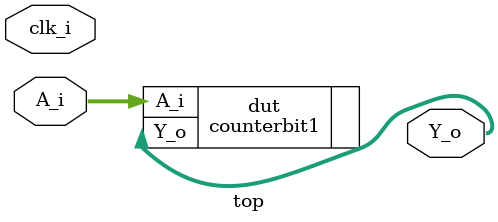
<source format=sv>
/* verilator lint_off UNUSED */
module top (
     input logic clk_i,
     input logic [2:0] A_i,
     output logic [1:0] Y_o
);
     counterbit1 dut (
     	.A_i (A_i),
     	.Y_o (Y_o)
     );
endmodule : top

</source>
